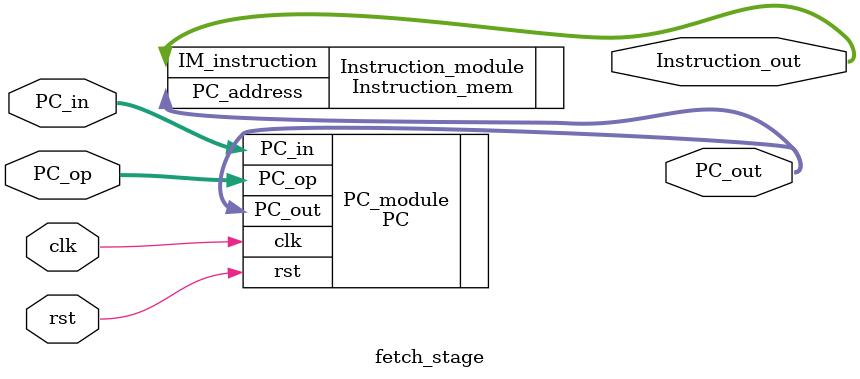
<source format=v>

module fetch_stage (
    input clk, rst,
    input [31:0]PC_in, // Ye address jump or branch me load hoga
    input [1:0]PC_op,
    output [31:0]Instruction_out, // Instruction jo fetch hua hai, this will come from IM_Instruction
    output [31:0]PC_out, // Current instruction ka address 
    );

    PC PC_module (
        .clk(clk),
        .rst(rst),
        .PC_in(PC_in),
        .PC_op(PC_op),
        .PC_out(PC_out)
        );
    Instruction_mem Instruction_module (
        .IM_instruction(Instruction_out),
        .PC_address(PC_out)
        );
endmodule
</source>
